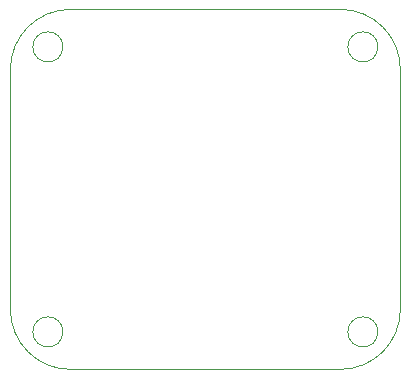
<source format=gm1>
G04 #@! TF.FileFunction,Profile,NP*
%FSLAX46Y46*%
G04 Gerber Fmt 4.6, Leading zero omitted, Abs format (unit mm)*
G04 Created by KiCad (PCBNEW 4.0.4+e1-6308~48~ubuntu16.04.1-stable) date Tue Nov 15 18:16:49 2016*
%MOMM*%
%LPD*%
G01*
G04 APERTURE LIST*
%ADD10C,0.100000*%
G04 APERTURE END LIST*
D10*
X168275000Y-113665000D02*
G75*
G03X168275000Y-113665000I-1270000J0D01*
G01*
X141605000Y-113665000D02*
G75*
G03X141605000Y-113665000I-1270000J0D01*
G01*
X141605000Y-89535000D02*
G75*
G03X141605000Y-89535000I-1270000J0D01*
G01*
X168275000Y-89535000D02*
G75*
G03X168275000Y-89535000I-1270000J0D01*
G01*
X137160000Y-111760000D02*
G75*
G03X142240000Y-116840000I5080000J0D01*
G01*
X142240000Y-86360000D02*
G75*
G03X137160000Y-91440000I0J-5080000D01*
G01*
X165100000Y-116840000D02*
G75*
G03X170180000Y-111760000I0J5080000D01*
G01*
X170180000Y-91440000D02*
G75*
G03X165100000Y-86360000I-5080000J0D01*
G01*
X165100000Y-86360000D02*
X142240000Y-86360000D01*
X170180000Y-111760000D02*
X170180000Y-91440000D01*
X142240000Y-116840000D02*
X165100000Y-116840000D01*
X137160000Y-91440000D02*
X137160000Y-111760000D01*
M02*

</source>
